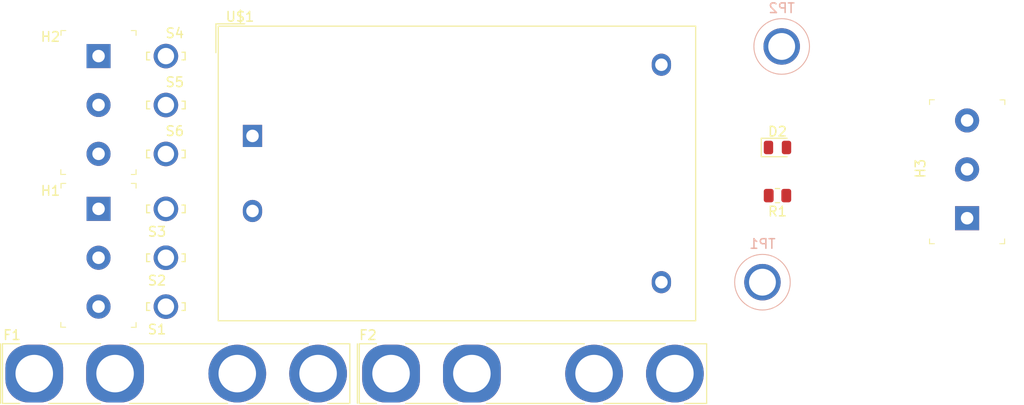
<source format=kicad_pcb>
(kicad_pcb (version 20240108) (generator "pcbnew") (generator_version "8.0")
  (layers (0 "F.Cu" signal) (31 "B.Cu" signal) (34 "B.Paste" user) (35 "F.Paste" user) (36 "B.SilkS" user "B.Silkscreen") (37 "F.SilkS" user "F.Silkscreen") (38 "B.Mask" user) (39 "F.Mask" user) (44 "Edge.Cuts" user))
  (net 0 "")
  (net 1 "Net-(H3-Pin_1)")
  (net 2 "/AC_NUETRAL")
  (net 3 "/AC_LOAD")
  (net 4 "Net-(H3-Pin_2)")
  (net 5 "Net-(D2-Pad1)")
  (net 6 "/AC_LOAD_IN")
  (net 7 "Net-(F1-Pad2)")
  (net 8 "/AC_EARTH")
  (footprint "Snapeda:TERMINAL_PC1108" (layer "F.Cu") (at 126 93)
    (property "Reference" "S4" (at 0.925 -2.375 0) (layer "F.SilkS"))
    (property "Value" "PC1108" (hide yes))
    (fp_line (start -2 -0.4) (end -2 0.4) (stroke (width 0.127)) (layer "F.SilkS"))
    (fp_line (start -2 0.4) (end -1.675 0.4) (stroke (width 0.127)) (layer "F.SilkS"))
    (fp_line (start -1.675 -0.4) (end -2 -0.4) (stroke (width 0.127)) (layer "F.SilkS"))
    (fp_line (start 1.675 -0.4) (end 2 -0.4) (stroke (width 0.127)) (layer "F.SilkS"))
    (fp_line (start 2 -0.4) (end 2 0.4) (stroke (width 0.127)) (layer "F.SilkS"))
    (fp_line (start 2 0.4) (end 1.675 0.4) (stroke (width 0.127)) (layer "F.SilkS"))
    (pad "1" thru_hole circle (at 0 0) (size 2.55 2.55) (drill 1.7) (layers "*.Cu" "*.Mask") (net 3 "/AC_LOAD"))
  )
  (footprint "Snapeda:TERMINAL_PC1108" (layer "F.Cu") (at 126 119.038245 180)
    (property "Reference" "S1" (at 0.925 -2.375 180) (layer "F.SilkS"))
    (property "Value" "PC1108" (hide yes))
    (fp_line (start 2 0.4) (end 1.675 0.4) (stroke (width 0.127)) (layer "F.SilkS"))
    (fp_line (start 2 -0.4) (end 2 0.4) (stroke (width 0.127)) (layer "F.SilkS"))
    (fp_line (start 1.675 -0.4) (end 2 -0.4) (stroke (width 0.127)) (layer "F.SilkS"))
    (fp_line (start -1.675 -0.4) (end -2 -0.4) (stroke (width 0.127)) (layer "F.SilkS"))
    (fp_line (start -2 0.4) (end -1.675 0.4) (stroke (width 0.127)) (layer "F.SilkS"))
    (fp_line (start -2 -0.4) (end -2 0.4) (stroke (width 0.127)) (layer "F.SilkS"))
    (pad "1" thru_hole circle (at 0 0 180) (size 2.55 2.55) (drill 1.7) (layers "*.Cu" "*.Mask") (net 6 "/AC_LOAD_IN"))
  )
  (footprint "digikey-footprints:TERM_BLOCK_1x3_P5.08MM" (layer "F.Cu") (at 119 93 -90)
    (property "Reference" "H2" (at -2 5 180) (layer "F.SilkS"))
    (property "Value" "OSTTC032162" (hide yes))
    (fp_line (start 12.3 3.92) (end 11.8 3.92) (stroke (width 0.1)) (layer "F.SilkS"))
    (fp_line (start -2.65 3.9) (end -2.15 3.9) (stroke (width 0.1)) (layer "F.SilkS"))
    (fp_line (start 12.3 3.42) (end 12.3 3.92) (stroke (width 0.1)) (layer "F.SilkS"))
    (fp_line (start -2.65 3.4) (end -2.65 3.9) (stroke (width 0.1)) (layer "F.SilkS"))
    (fp_line (start -2.65 -3.9) (end -2.65 -3.4) (stroke (width 0.1)) (layer "F.SilkS"))
    (fp_line (start -2.65 -3.9) (end -2.15 -3.9) (stroke (width 0.1)) (layer "F.SilkS"))
    (fp_line (start 12.31 -3.9) (end 12.31 -3.4) (stroke (width 0.1)) (layer "F.SilkS"))
    (fp_line (start 12.31 -3.9) (end 11.81 -3.9) (stroke (width 0.1)) (layer "F.SilkS"))
    (pad "1" thru_hole rect (at 0 0 270) (size 2.5 2.5) (drill 1.3) (layers "*.Cu" "*.Mask") (net 3 "/AC_LOAD"))
    (pad "2" thru_hole circle (at 5.08 0 270) (size 2.5 2.5) (drill 1.3) (layers "*.Cu" "*.Mask") (net 2 "/AC_NUETRAL"))
    (pad "3" thru_hole circle (at 10.16 0 270) (size 2.5 2.5) (drill 1.3) (layers "*.Cu" "*.Mask") (net 8 "/AC_EARTH"))
  )
  (footprint "Snapeda:TERMINAL_PC1108" (layer "F.Cu") (at 126 103.173485)
    (property "Reference" "S6" (at 0.925 -2.375 0) (layer "F.SilkS"))
    (property "Value" "PC1108" (hide yes))
    (fp_line (start -2 -0.4) (end -2 0.4) (stroke (width 0.127)) (layer "F.SilkS"))
    (fp_line (start -2 0.4) (end -1.675 0.4) (stroke (width 0.127)) (layer "F.SilkS"))
    (fp_line (start -1.675 -0.4) (end -2 -0.4) (stroke (width 0.127)) (layer "F.SilkS"))
    (fp_line (start 1.675 -0.4) (end 2 -0.4) (stroke (width 0.127)) (layer "F.SilkS"))
    (fp_line (start 2 -0.4) (end 2 0.4) (stroke (width 0.127)) (layer "F.SilkS"))
    (fp_line (start 2 0.4) (end 1.675 0.4) (stroke (width 0.127)) (layer "F.SilkS"))
    (pad "1" thru_hole circle (at 0 0) (size 2.55 2.55) (drill 1.7) (layers "*.Cu" "*.Mask") (net 8 "/AC_EARTH"))
  )
  (footprint "Fuse:Fuseholder_Keystone_3555-2" (layer "F.Cu") (at 112.3175 126)
    (property "Reference" "F1" (at -2.3175 -4 0) (layer "F.SilkS"))
    (property "Value" "Fuse")
    (fp_line (start -3.5 -3.1) (end -3.5 3.1) (stroke (width 0.12)) (layer "F.SilkS"))
    (fp_line (start -3.3 -3.1) (end -1.5 -3.1) (stroke (width 0.12)) (layer "F.SilkS"))
    (fp_line (start -3.3 3.1) (end -3.3 -3.1) (stroke (width 0.12)) (layer "F.SilkS"))
    (fp_line (start -3.3 3.1) (end -1.5 3.1) (stroke (width 0.12)) (layer "F.SilkS"))
    (fp_line (start 1.5 -3.1) (end 6.9 -3.1) (stroke (width 0.12)) (layer "F.SilkS"))
    (fp_line (start 1.5 3.1) (end 6.9 3.1) (stroke (width 0.12)) (layer "F.SilkS"))
    (fp_line (start 9.9 -3.1) (end 20.1 -3.1) (stroke (width 0.12)) (layer "F.SilkS"))
    (fp_line (start 9.9 3.1) (end 20.1 3.1) (stroke (width 0.12)) (layer "F.SilkS"))
    (fp_line (start 22.1 -3.1) (end 28.5 -3.1) (stroke (width 0.12)) (layer "F.SilkS"))
    (fp_line (start 22.1 3.1) (end 28.5 3.1) (stroke (width 0.12)) (layer "F.SilkS"))
    (fp_line (start 30.5 -3.1) (end 32.8 -3.1) (stroke (width 0.12)) (layer "F.SilkS"))
    (fp_line (start 30.5 3.1) (end 32.8 3.1) (stroke (width 0.12)) (layer "F.SilkS"))
    (fp_line (start 32.8 -3.1) (end 32.8 3.1) (stroke (width 0.12)) (layer "F.SilkS"))
    (pad "1" thru_hole roundrect (at 0 0 90) (size 6 6) (drill 3.9) (layers "*.Cu" "*.Mask") (roundrect_rratio 0.4) (net 6 "/AC_LOAD_IN"))
    (pad "1" thru_hole roundrect (at 8.4 0) (size 6 6) (drill 3.9) (layers "*.Cu" "*.Mask") (roundrect_rratio 0.4) (net 6 "/AC_LOAD_IN"))
    (pad "2" thru_hole circle (at 21.1 0) (size 6 6) (drill 3.9) (layers "*.Cu" "*.Mask") (net 7 "Net-(F1-Pad2)"))
    (pad "2" thru_hole circle (at 29.5 0) (size 6 6) (drill 3.9) (layers "*.Cu" "*.Mask") (net 7 "Net-(F1-Pad2)"))
  )
  (footprint "Resistor_SMD:R_0805_2012Metric" (layer "F.Cu") (at 189.5625 107.5 180)
    (property "Reference" "R1" (at 0 -1.65 180) (layer "F.SilkS"))
    (property "Value" "1K")
    (fp_line (start -0.227064 0.735) (end 0.227064 0.735) (stroke (width 0.12)) (layer "F.SilkS"))
    (fp_line (start -0.227064 -0.735) (end 0.227064 -0.735) (stroke (width 0.12)) (layer "F.SilkS"))
    (pad "1" smd roundrect (at -0.9125 0 180) (size 1.025 1.4) (layers "F.Cu" "F.Paste" "F.Mask") (roundrect_rratio 0.243902) (net 1 "Net-(H3-Pin_1)"))
    (pad "2" smd roundrect (at 0.9125 0 180) (size 1.025 1.4) (layers "F.Cu" "F.Paste" "F.Mask") (roundrect_rratio 0.243902) (net 5 "Net-(D2-Pad1)"))
  )
  (footprint "digikey-footprints:TERM_BLOCK_1x3_P5.08MM" (layer "F.Cu") (at 119 108.88 -90)
    (property "Reference" "H1" (at -1.88 5 180) (layer "F.SilkS"))
    (property "Value" "OSTTC032162" (hide yes))
    (fp_line (start 12.3 3.92) (end 11.8 3.92) (stroke (width 0.1)) (layer "F.SilkS"))
    (fp_line (start -2.65 3.9) (end -2.15 3.9) (stroke (width 0.1)) (layer "F.SilkS"))
    (fp_line (start 12.3 3.42) (end 12.3 3.92) (stroke (width 0.1)) (layer "F.SilkS"))
    (fp_line (start -2.65 3.4) (end -2.65 3.9) (stroke (width 0.1)) (layer "F.SilkS"))
    (fp_line (start -2.65 -3.9) (end -2.65 -3.4) (stroke (width 0.1)) (layer "F.SilkS"))
    (fp_line (start -2.65 -3.9) (end -2.15 -3.9) (stroke (width 0.1)) (layer "F.SilkS"))
    (fp_line (start 12.31 -3.9) (end 12.31 -3.4) (stroke (width 0.1)) (layer "F.SilkS"))
    (fp_line (start 12.31 -3.9) (end 11.81 -3.9) (stroke (width 0.1)) (layer "F.SilkS"))
    (pad "1" thru_hole rect (at 0 0 270) (size 2.5 2.5) (drill 1.3) (layers "*.Cu" "*.Mask") (net 8 "/AC_EARTH"))
    (pad "2" thru_hole circle (at 5.08 0 270) (size 2.5 2.5) (drill 1.3) (layers "*.Cu" "*.Mask") (net 2 "/AC_NUETRAL"))
    (pad "3" thru_hole circle (at 10.16 0 270) (size 2.5 2.5) (drill 1.3) (layers "*.Cu" "*.Mask") (net 6 "/AC_LOAD_IN"))
  )
  (footprint "Fuse:Fuseholder_Keystone_3555-2" (layer "F.Cu") (at 149.4 126)
    (property "Reference" "F2" (at -2.4 -4 0) (layer "F.SilkS"))
    (property "Value" "Fuse")
    (fp_line (start -3.5 -3.1) (end -3.5 3.1) (stroke (width 0.12)) (layer "F.SilkS"))
    (fp_line (start -3.3 -3.1) (end -1.5 -3.1) (stroke (width 0.12)) (layer "F.SilkS"))
    (fp_line (start -3.3 3.1) (end -3.3 -3.1) (stroke (width 0.12)) (layer "F.SilkS"))
    (fp_line (start -3.3 3.1) (end -1.5 3.1) (stroke (width 0.12)) (layer "F.SilkS"))
    (fp_line (start 1.5 -3.1) (end 6.9 -3.1) (stroke (width 0.12)) (layer "F.SilkS"))
    (fp_line (start 1.5 3.1) (end 6.9 3.1) (stroke (width 0.12)) (layer "F.SilkS"))
    (fp_line (start 9.9 -3.1) (end 20.1 -3.1) (stroke (width 0.12)) (layer "F.SilkS"))
    (fp_line (start 9.9 3.1) (end 20.1 3.1) (stroke (width 0.12)) (layer "F.SilkS"))
    (fp_line (start 22.1 -3.1) (end 28.5 -3.1) (stroke (width 0.12)) (layer "F.SilkS"))
    (fp_line (start 22.1 3.1) (end 28.5 3.1) (stroke (width 0.12)) (layer "F.SilkS"))
    (fp_line (start 30.5 -3.1) (end 32.8 -3.1) (stroke (width 0.12)) (layer "F.SilkS"))
    (fp_line (start 30.5 3.1) (end 32.8 3.1) (stroke (width 0.12)) (layer "F.SilkS"))
    (fp_line (start 32.8 -3.1) (end 32.8 3.1) (stroke (width 0.12)) (layer "F.SilkS"))
    (pad "1" thru_hole roundrect (at 0 0 90) (size 6 6) (drill 3.9) (layers "*.Cu" "*.Mask") (roundrect_rratio 0.4) (net 7 "Net-(F1-Pad2)"))
    (pad "1" thru_hole roundrect (at 8.4 0) (size 6 6) (drill 3.9) (layers "*.Cu" "*.Mask") (roundrect_rratio 0.4) (net 7 "Net-(F1-Pad2)"))
    (pad "2" thru_hole circle (at 21.1 0) (size 6 6) (drill 3.9) (layers "*.Cu" "*.Mask") (net 3 "/AC_LOAD"))
    (pad "2" thru_hole circle (at 29.5 0) (size 6 6) (drill 3.9) (layers "*.Cu" "*.Mask") (net 3 "/AC_LOAD"))
  )
  (footprint "Converter_ACDC:Converter_ACDC_Hi-Link_HLK-10Mxx" (layer "F.Cu") (at 135 101.3)
    (property "Reference" "U$1" (at -1.3 -12.39 0) (layer "F.SilkS"))
    (property "Value" "HLK-10M05")
    (fp_line (start -3.8 -11.65) (end -0.8 -11.65) (stroke (width 0.12)) (layer "F.SilkS"))
    (fp_line (start -3.8 -8.65) (end -3.8 -11.65) (stroke (width 0.12)) (layer "F.SilkS"))
    (fp_line (start -3.56 -11.41) (end -3.56 19.21) (stroke (width 0.12)) (layer "F.SilkS"))
    (fp_line (start -3.56 -11.41) (end 46.06 -11.41) (stroke (width 0.12)) (layer "F.SilkS"))
    (fp_line (start -3.56 19.21) (end 46.06 19.21) (stroke (width 0.12)) (layer "F.SilkS"))
    (fp_line (start 46.06 -11.41) (end 46.06 19.21) (stroke (width 0.12)) (layer "F.SilkS"))
    (pad "1" thru_hole rect (at 0 0) (size 2 2.3) (drill 1.3) (layers "*.Cu" "*.Mask") (net 3 "/AC_LOAD"))
    (pad "2" thru_hole oval (at 0 7.8) (size 2 2.3) (drill 1.3) (layers "*.Cu" "*.Mask") (net 2 "/AC_NUETRAL"))
    (pad "3" thru_hole oval (at 42.5 -7.4) (size 2 2.3) (drill 1.3) (layers "*.Cu" "*.Mask") (net 1 "Net-(H3-Pin_1)"))
    (pad "4" thru_hole oval (at 42.5 15.2) (size 2 2.3) (drill 1.3) (layers "*.Cu" "*.Mask") (net 4 "Net-(H3-Pin_2)"))
  )
  (footprint "Snapeda:TERMINAL_PC1108" (layer "F.Cu") (at 126 98.086742)
    (property "Reference" "S5" (at 0.925 -2.375 0) (layer "F.SilkS"))
    (property "Value" "PC1108" (hide yes))
    (fp_line (start -2 -0.4) (end -2 0.4) (stroke (width 0.127)) (layer "F.SilkS"))
    (fp_line (start -2 0.4) (end -1.675 0.4) (stroke (width 0.127)) (layer "F.SilkS"))
    (fp_line (start -1.675 -0.4) (end -2 -0.4) (stroke (width 0.127)) (layer "F.SilkS"))
    (fp_line (start 1.675 -0.4) (end 2 -0.4) (stroke (width 0.127)) (layer "F.SilkS"))
    (fp_line (start 2 -0.4) (end 2 0.4) (stroke (width 0.127)) (layer "F.SilkS"))
    (fp_line (start 2 0.4) (end 1.675 0.4) (stroke (width 0.127)) (layer "F.SilkS"))
    (pad "1" thru_hole circle (at 0 0) (size 2.55 2.55) (drill 1.7) (layers "*.Cu" "*.Mask") (net 2 "/AC_NUETRAL"))
  )
  (footprint "Snapeda:TERMINAL_PC1108" (layer "F.Cu") (at 126 108.88 180)
    (property "Reference" "S3" (at 0.925 -2.375 180) (layer "F.SilkS"))
    (property "Value" "PC1108" (hide yes))
    (fp_line (start 2 0.4) (end 1.675 0.4) (stroke (width 0.127)) (layer "F.SilkS"))
    (fp_line (start 2 -0.4) (end 2 0.4) (stroke (width 0.127)) (layer "F.SilkS"))
    (fp_line (start 1.675 -0.4) (end 2 -0.4) (stroke (width 0.127)) (layer "F.SilkS"))
    (fp_line (start -1.675 -0.4) (end -2 -0.4) (stroke (width 0.127)) (layer "F.SilkS"))
    (fp_line (start -2 0.4) (end -1.675 0.4) (stroke (width 0.127)) (layer "F.SilkS"))
    (fp_line (start -2 -0.4) (end -2 0.4) (stroke (width 0.127)) (layer "F.SilkS"))
    (pad "1" thru_hole circle (at 0 0 180) (size 2.55 2.55) (drill 1.7) (layers "*.Cu" "*.Mask") (net 8 "/AC_EARTH"))
  )
  (footprint "Snapeda:TERMINAL_PC1108" (layer "F.Cu") (at 126 113.959122 180)
    (property "Reference" "S2" (at 0.925 -2.375 180) (layer "F.SilkS"))
    (property "Value" "PC1108" (hide yes))
    (fp_line (start 2 0.4) (end 1.675 0.4) (stroke (width 0.127)) (layer "F.SilkS"))
    (fp_line (start 2 -0.4) (end 2 0.4) (stroke (width 0.127)) (layer "F.SilkS"))
    (fp_line (start 1.675 -0.4) (end 2 -0.4) (stroke (width 0.127)) (layer "F.SilkS"))
    (fp_line (start -1.675 -0.4) (end -2 -0.4) (stroke (width 0.127)) (layer "F.SilkS"))
    (fp_line (start -2 0.4) (end -1.675 0.4) (stroke (width 0.127)) (layer "F.SilkS"))
    (fp_line (start -2 -0.4) (end -2 0.4) (stroke (width 0.127)) (layer "F.SilkS"))
    (pad "1" thru_hole circle (at 0 0 180) (size 2.55 2.55) (drill 1.7) (layers "*.Cu" "*.Mask") (net 2 "/AC_NUETRAL"))
  )
  (footprint "LED_SMD:LED_0805_2012Metric" (layer "F.Cu") (at 189.5625 102.5)
    (property "Reference" "D2" (at 0 -1.65 0) (layer "F.SilkS"))
    (property "Value" "GREEN - 0805 - 5V")
    (fp_line (start -1.685 -0.96) (end -1.685 0.96) (stroke (width 0.12)) (layer "F.SilkS"))
    (fp_line (start -1.685 0.96) (end 1 0.96) (stroke (width 0.12)) (layer "F.SilkS"))
    (fp_line (start 1 -0.96) (end -1.685 -0.96) (stroke (width 0.12)) (layer "F.SilkS"))
    (pad "1" smd roundrect (at -0.9375 0) (size 0.975 1.4) (layers "F.Cu" "F.Paste" "F.Mask") (net 5 "Net-(D2-Pad1)"))
    (pad "2" smd roundrect (at 0.9375 0) (size 0.975 1.4) (layers "F.Cu" "F.Paste" "F.Mask") (net 1 "Net-(H3-Pin_1)"))
  )
  (footprint "digikey-footprints:TERM_BLOCK_1x3_P5.08MM" (layer "F.Cu") (at 209.27 109.85 90)
    (property "Reference" "H3" (at 5.16 -4.85 270) (layer "F.SilkS"))
    (property "Value" "Screw_Terminal_01x03")
    (fp_line (start 12.31 -3.9) (end 11.81 -3.9) (stroke (width 0.1)) (layer "F.SilkS"))
    (fp_line (start 12.31 -3.9) (end 12.31 -3.4) (stroke (width 0.1)) (layer "F.SilkS"))
    (fp_line (start -2.65 -3.9) (end -2.15 -3.9) (stroke (width 0.1)) (layer "F.SilkS"))
    (fp_line (start -2.65 -3.9) (end -2.65 -3.4) (stroke (width 0.1)) (layer "F.SilkS"))
    (fp_line (start -2.65 3.4) (end -2.65 3.9) (stroke (width 0.1)) (layer "F.SilkS"))
    (fp_line (start 12.3 3.42) (end 12.3 3.92) (stroke (width 0.1)) (layer "F.SilkS"))
    (fp_line (start -2.65 3.9) (end -2.15 3.9) (stroke (width 0.1)) (layer "F.SilkS"))
    (fp_line (start 12.3 3.92) (end 11.8 3.92) (stroke (width 0.1)) (layer "F.SilkS"))
    (pad "1" thru_hole rect (at 0 0 90) (size 2.5 2.5) (drill 1.3) (layers "*.Cu" "*.Mask") (net 1 "Net-(H3-Pin_1)"))
    (pad "2" thru_hole circle (at 5.08 0 90) (size 2.5 2.5) (drill 1.3) (layers "*.Cu" "*.Mask") (net 4 "Net-(H3-Pin_2)"))
    (pad "3" thru_hole circle (at 10.16 0 90) (size 2.5 2.5) (drill 1.3) (layers "*.Cu" "*.Mask") (net 1 "Net-(H3-Pin_1)"))
  )
  (footprint "digikey-footprints:Test-Point-Pin_Drill2.79mm" (layer "B.Cu") (at 190 92 180)
    (property "Reference" "TP2" (at 0 3.98 180) (layer "B.SilkS") (effects (justify mirror)))
    (property "Value" " ")
    (fp_circle (center 0 0) (end 2.89 0.01) (stroke (width 0.1)) (fill none) (layer "B.SilkS"))
    (pad "1" thru_hole circle (at 0 0 180) (size 3.79 3.79) (drill 2.79) (layers "*.Cu" "*.Mask") (net 1 "Net-(H3-Pin_1)"))
  )
  (footprint "digikey-footprints:Test-Point-Pin_Drill2.79mm" (layer "B.Cu") (at 188 116.5 180)
    (property "Reference" "TP1" (at 0 3.98 180) (layer "B.SilkS") (effects (justify mirror)))
    (property "Value" " ")
    (fp_circle (center 0 0) (end 2.89 0.01) (stroke (width 0.1)) (fill none) (layer "B.SilkS"))
    (pad "1" thru_hole circle (at 0 0 180) (size 3.79 3.79) (drill 2.79) (layers "*.Cu" "*.Mask") (net 4 "Net-(H3-Pin_2)"))
  )
)
</source>
